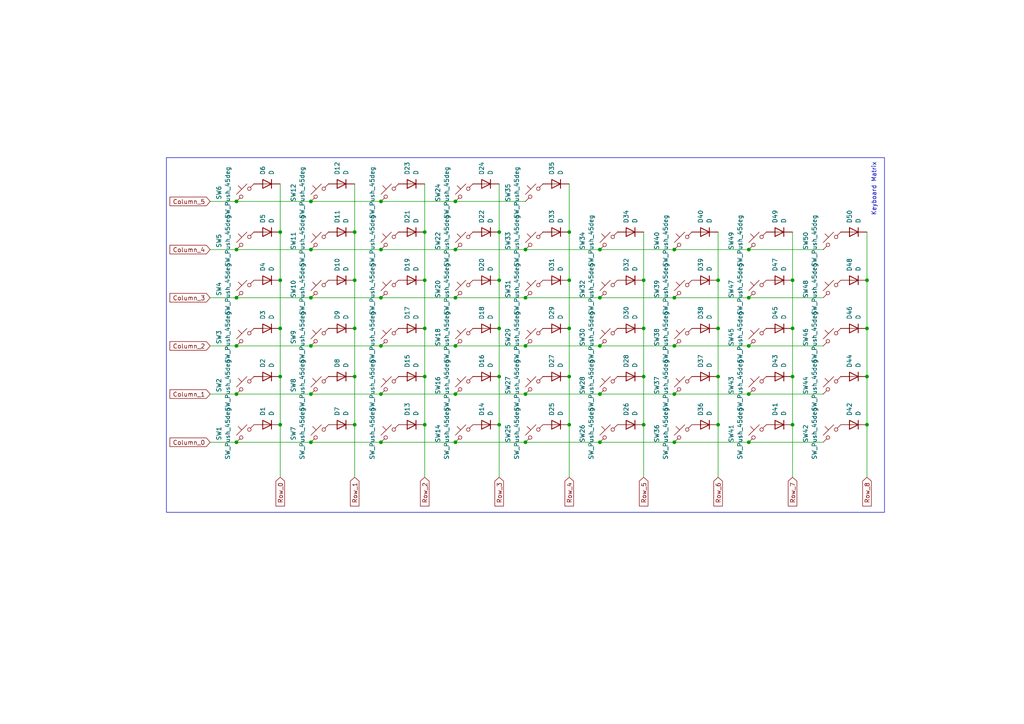
<source format=kicad_sch>
(kicad_sch (version 20250114) (generator "eeschema") (generator_version "9.0")
  (paper "A4")
  (lib_symbols
    (symbol "Device:D" (pin_numbers (hide yes)) (pin_names (offset 1.016) (hide yes))
      (property "Reference" "D" (at 0 2.54 0))
      (property "Value" "D" (at 0 -2.54 0))
      (symbol "D_0_1"
        (polyline (pts (xy -1.27 1.27) (xy -1.27 -1.27)) (stroke (width 0.254)))
        (polyline (pts (xy 1.27 1.27) (xy 1.27 -1.27) (xy -1.27 0) (xy 1.27 1.27)) (stroke (width 0.254)))
        (polyline (pts (xy 1.27 0) (xy -1.27 0)))
      )
      (symbol "D_1_1"
        (pin passive line (at -3.81 0 0) (length 2.54) (name "K") (number "1"))
        (pin passive line (at 3.81 0 180) (length 2.54) (name "A") (number "2"))
      )
    )
    (symbol "Switch:SW_Push_45deg" (pin_numbers (hide yes)) (pin_names (offset 1.016) (hide yes))
      (property "Reference" "SW" (at 3.048 1.016 0))
      (property "Value" "SW_Push_45deg" (at 0 -3.81 0))
      (symbol "SW_Push_45deg_0_1"
        (polyline (pts (xy -2.54 2.54) (xy -1.524 1.524) (xy -1.524 1.524)))
        (circle (center -1.1684 1.1684) (radius 0.508))
        (polyline (pts (xy -0.508 2.54) (xy 2.54 -0.508)))
        (polyline (pts (xy 1.016 1.016) (xy 2.032 2.032)))
        (circle (center 1.143 -1.1938) (radius 0.508))
        (polyline (pts (xy 1.524 -1.524) (xy 2.54 -2.54) (xy 2.54 -2.54) (xy 2.54 -2.54)))
        (pin passive line (at -2.54 2.54 0) (length 0) (name "1") (number "1"))
        (pin passive line (at 2.54 -2.54 180) (length 0) (name "2") (number "2"))
      )
    )
  )
  (rectangle (start 48.26 148.59) (end 256.54 45.72))
  (text "Keyboard Matrix" (at 253.492 54.864 90) (effects (font (size 1.27 1.27))))
  (junction (at 81.28 95.25))
  (junction (at 68.58 114.3))
  (junction (at 173.99 72.39))
  (junction (at 102.87 123.19))
  (junction (at 217.17 114.3))
  (junction (at 132.08 100.33))
  (junction (at 90.17 86.36))
  (junction (at 144.78 109.22))
  (junction (at 251.46 95.25))
  (junction (at 102.87 95.25))
  (junction (at 165.1 67.31))
  (junction (at 152.4 86.36))
  (junction (at 123.19 67.31))
  (junction (at 110.49 100.33))
  (junction (at 152.4 128.27))
  (junction (at 68.58 58.42))
  (junction (at 186.69 109.22))
  (junction (at 251.46 81.28))
  (junction (at 173.99 114.3))
  (junction (at 144.78 95.25))
  (junction (at 123.19 109.22))
  (junction (at 90.17 72.39))
  (junction (at 208.28 109.22))
  (junction (at 132.08 86.36))
  (junction (at 110.49 114.3))
  (junction (at 90.17 114.3))
  (junction (at 90.17 128.27))
  (junction (at 68.58 128.27))
  (junction (at 208.28 81.28))
  (junction (at 229.87 95.25))
  (junction (at 251.46 123.19))
  (junction (at 217.17 100.33))
  (junction (at 152.4 72.39))
  (junction (at 152.4 100.33))
  (junction (at 208.28 95.25))
  (junction (at 208.28 123.19))
  (junction (at 165.1 123.19))
  (junction (at 123.19 95.25))
  (junction (at 110.49 128.27))
  (junction (at 144.78 67.31))
  (junction (at 173.99 100.33))
  (junction (at 81.28 81.28))
  (junction (at 152.4 114.3))
  (junction (at 68.58 86.36))
  (junction (at 195.58 114.3))
  (junction (at 229.87 109.22))
  (junction (at 90.17 58.42))
  (junction (at 144.78 81.28))
  (junction (at 217.17 128.27))
  (junction (at 165.1 109.22))
  (junction (at 102.87 81.28))
  (junction (at 165.1 95.25))
  (junction (at 229.87 123.19))
  (junction (at 110.49 72.39))
  (junction (at 165.1 81.28))
  (junction (at 102.87 67.31))
  (junction (at 81.28 109.22))
  (junction (at 217.17 72.39))
  (junction (at 90.17 100.33))
  (junction (at 195.58 86.36))
  (junction (at 68.58 100.33))
  (junction (at 217.17 86.36))
  (junction (at 132.08 128.27))
  (junction (at 81.28 123.19))
  (junction (at 123.19 81.28))
  (junction (at 195.58 128.27))
  (junction (at 110.49 86.36))
  (junction (at 195.58 100.33))
  (junction (at 132.08 114.3))
  (junction (at 186.69 81.28))
  (junction (at 123.19 123.19))
  (junction (at 195.58 72.39))
  (junction (at 229.87 81.28))
  (junction (at 81.28 67.31))
  (junction (at 68.58 72.39))
  (junction (at 144.78 123.19))
  (junction (at 173.99 128.27))
  (junction (at 251.46 109.22))
  (junction (at 186.69 123.19))
  (junction (at 132.08 58.42))
  (junction (at 102.87 109.22))
  (junction (at 173.99 86.36))
  (junction (at 110.49 58.42))
  (junction (at 132.08 72.39))
  (junction (at 186.69 95.25))
  (wire (pts (xy 81.28 109.22) (xy 81.28 95.25)))
  (wire (pts (xy 68.58 72.39) (xy 90.17 72.39)))
  (wire (pts (xy 251.46 123.19) (xy 251.46 109.22)))
  (wire (pts (xy 110.49 128.27) (xy 132.08 128.27)))
  (wire (pts (xy 208.28 123.19) (xy 208.28 109.22)))
  (wire (pts (xy 208.28 138.43) (xy 208.28 123.19)))
  (wire (pts (xy 90.17 128.27) (xy 110.49 128.27)))
  (wire (pts (xy 165.1 109.22) (xy 165.1 95.25)))
  (wire (pts (xy 165.1 81.28) (xy 165.1 67.31)))
  (wire (pts (xy 152.4 72.39) (xy 173.99 72.39)))
  (wire (pts (xy 229.87 123.19) (xy 229.87 109.22)))
  (wire (pts (xy 90.17 100.33) (xy 110.49 100.33)))
  (wire (pts (xy 144.78 81.28) (xy 144.78 67.31)))
  (wire (pts (xy 123.19 123.19) (xy 123.19 109.22)))
  (wire (pts (xy 60.96 58.42) (xy 68.58 58.42)))
  (wire (pts (xy 60.96 128.27) (xy 68.58 128.27)))
  (wire (pts (xy 195.58 72.39) (xy 217.17 72.39)))
  (wire (pts (xy 123.19 81.28) (xy 123.19 67.31)))
  (wire (pts (xy 110.49 86.36) (xy 132.08 86.36)))
  (wire (pts (xy 217.17 128.27) (xy 238.76 128.27)))
  (wire (pts (xy 60.96 114.3) (xy 68.58 114.3)))
  (wire (pts (xy 90.17 58.42) (xy 110.49 58.42)))
  (wire (pts (xy 217.17 114.3) (xy 238.76 114.3)))
  (wire (pts (xy 165.1 138.43) (xy 165.1 123.19)))
  (wire (pts (xy 110.49 100.33) (xy 132.08 100.33)))
  (wire (pts (xy 68.58 114.3) (xy 90.17 114.3)))
  (wire (pts (xy 144.78 95.25) (xy 144.78 81.28)))
  (wire (pts (xy 132.08 128.27) (xy 152.4 128.27)))
  (wire (pts (xy 251.46 138.43) (xy 251.46 123.19)))
  (wire (pts (xy 81.28 123.19) (xy 81.28 109.22)))
  (wire (pts (xy 152.4 86.36) (xy 173.99 86.36)))
  (wire (pts (xy 68.58 58.42) (xy 90.17 58.42)))
  (wire (pts (xy 165.1 95.25) (xy 165.1 81.28)))
  (wire (pts (xy 165.1 67.31) (xy 165.1 53.34)))
  (wire (pts (xy 217.17 100.33) (xy 238.76 100.33)))
  (wire (pts (xy 173.99 114.3) (xy 195.58 114.3)))
  (wire (pts (xy 229.87 81.28) (xy 229.87 67.31)))
  (wire (pts (xy 144.78 67.31) (xy 144.78 53.34)))
  (wire (pts (xy 81.28 138.43) (xy 81.28 123.19)))
  (wire (pts (xy 81.28 95.25) (xy 81.28 81.28)))
  (wire (pts (xy 186.69 123.19) (xy 186.69 109.22)))
  (wire (pts (xy 186.69 81.28) (xy 186.69 67.31)))
  (wire (pts (xy 123.19 138.43) (xy 123.19 123.19)))
  (wire (pts (xy 217.17 86.36) (xy 238.76 86.36)))
  (wire (pts (xy 132.08 72.39) (xy 152.4 72.39)))
  (wire (pts (xy 229.87 138.43) (xy 229.87 123.19)))
  (wire (pts (xy 144.78 138.43) (xy 144.78 123.19)))
  (wire (pts (xy 132.08 58.42) (xy 152.4 58.42)))
  (wire (pts (xy 90.17 114.3) (xy 110.49 114.3)))
  (wire (pts (xy 110.49 58.42) (xy 132.08 58.42)))
  (wire (pts (xy 68.58 128.27) (xy 90.17 128.27)))
  (wire (pts (xy 251.46 81.28) (xy 251.46 67.31)))
  (wire (pts (xy 186.69 95.25) (xy 186.69 81.28)))
  (wire (pts (xy 195.58 100.33) (xy 217.17 100.33)))
  (wire (pts (xy 186.69 138.43) (xy 186.69 123.19)))
  (wire (pts (xy 60.96 100.33) (xy 68.58 100.33)))
  (wire (pts (xy 132.08 114.3) (xy 152.4 114.3)))
  (wire (pts (xy 60.96 72.39) (xy 68.58 72.39)))
  (wire (pts (xy 173.99 128.27) (xy 195.58 128.27)))
  (wire (pts (xy 81.28 67.31) (xy 81.28 53.34)))
  (wire (pts (xy 68.58 100.33) (xy 90.17 100.33)))
  (wire (pts (xy 110.49 72.39) (xy 132.08 72.39)))
  (wire (pts (xy 102.87 81.28) (xy 102.87 67.31)))
  (wire (pts (xy 81.28 81.28) (xy 81.28 67.31)))
  (wire (pts (xy 165.1 123.19) (xy 165.1 109.22)))
  (wire (pts (xy 173.99 72.39) (xy 195.58 72.39)))
  (wire (pts (xy 68.58 86.36) (xy 90.17 86.36)))
  (wire (pts (xy 132.08 86.36) (xy 152.4 86.36)))
  (wire (pts (xy 229.87 109.22) (xy 229.87 95.25)))
  (wire (pts (xy 90.17 86.36) (xy 110.49 86.36)))
  (wire (pts (xy 123.19 67.31) (xy 123.19 53.34)))
  (wire (pts (xy 217.17 72.39) (xy 238.76 72.39)))
  (wire (pts (xy 123.19 109.22) (xy 123.19 95.25)))
  (wire (pts (xy 208.28 109.22) (xy 208.28 95.25)))
  (wire (pts (xy 132.08 100.33) (xy 152.4 100.33)))
  (wire (pts (xy 251.46 109.22) (xy 251.46 95.25)))
  (wire (pts (xy 173.99 86.36) (xy 195.58 86.36)))
  (wire (pts (xy 251.46 95.25) (xy 251.46 81.28)))
  (wire (pts (xy 102.87 67.31) (xy 102.87 53.34)))
  (wire (pts (xy 186.69 109.22) (xy 186.69 95.25)))
  (wire (pts (xy 144.78 109.22) (xy 144.78 95.25)))
  (wire (pts (xy 195.58 114.3) (xy 217.17 114.3)))
  (wire (pts (xy 208.28 95.25) (xy 208.28 81.28)))
  (wire (pts (xy 173.99 100.33) (xy 195.58 100.33)))
  (wire (pts (xy 90.17 72.39) (xy 110.49 72.39)))
  (wire (pts (xy 195.58 86.36) (xy 217.17 86.36)))
  (wire (pts (xy 102.87 138.43) (xy 102.87 123.19)))
  (wire (pts (xy 102.87 95.25) (xy 102.87 81.28)))
  (wire (pts (xy 110.49 114.3) (xy 132.08 114.3)))
  (wire (pts (xy 123.19 95.25) (xy 123.19 81.28)))
  (wire (pts (xy 208.28 81.28) (xy 208.28 67.31)))
  (wire (pts (xy 152.4 114.3) (xy 173.99 114.3)))
  (wire (pts (xy 60.96 86.36) (xy 68.58 86.36)))
  (wire (pts (xy 102.87 123.19) (xy 102.87 109.22)))
  (wire (pts (xy 102.87 109.22) (xy 102.87 95.25)))
  (wire (pts (xy 152.4 128.27) (xy 173.99 128.27)))
  (wire (pts (xy 195.58 128.27) (xy 217.17 128.27)))
  (wire (pts (xy 152.4 100.33) (xy 173.99 100.33)))
  (wire (pts (xy 144.78 123.19) (xy 144.78 109.22)))
  (wire (pts (xy 229.87 95.25) (xy 229.87 81.28)))
  (global_label "Column_5" (shape input) (at 60.96 58.42 180) (property "Intersheetrefs" "${INTERSHEET_REFS}" (effects (hide yes))))
  (global_label "Column_1" (shape input) (at 60.96 114.3 180) (property "Intersheetrefs" "${INTERSHEET_REFS}" (effects (hide yes))))
  (global_label "Row_2" (shape input) (at 123.19 138.43 270) (property "Intersheetrefs" "${INTERSHEET_REFS}" (effects (hide yes))))
  (global_label "Row_5" (shape input) (at 186.69 138.43 270) (property "Intersheetrefs" "${INTERSHEET_REFS}" (effects (hide yes))))
  (global_label "Row_4" (shape input) (at 165.1 138.43 270) (property "Intersheetrefs" "${INTERSHEET_REFS}" (effects (hide yes))))
  (global_label "Row_1" (shape input) (at 102.87 138.43 270) (property "Intersheetrefs" "${INTERSHEET_REFS}" (effects (hide yes))))
  (global_label "Row_6" (shape input) (at 208.28 138.43 270) (property "Intersheetrefs" "${INTERSHEET_REFS}" (effects (hide yes))))
  (global_label "Column_2" (shape input) (at 60.96 100.33 180) (property "Intersheetrefs" "${INTERSHEET_REFS}" (effects (hide yes))))
  (global_label "Column_0" (shape input) (at 60.96 128.27 180) (property "Intersheetrefs" "${INTERSHEET_REFS}" (effects (hide yes))))
  (global_label "Row_7" (shape input) (at 229.87 138.43 270) (property "Intersheetrefs" "${INTERSHEET_REFS}" (effects (hide yes))))
  (global_label "Row_3" (shape input) (at 144.78 138.43 270) (property "Intersheetrefs" "${INTERSHEET_REFS}" (effects (hide yes))))
  (global_label "Row_0" (shape input) (at 81.28 138.43 270) (property "Intersheetrefs" "${INTERSHEET_REFS}" (effects (hide yes))))
  (global_label "Row_8" (shape input) (at 251.46 138.43 270) (property "Intersheetrefs" "${INTERSHEET_REFS}" (effects (hide yes))))
  (global_label "Column_3" (shape input) (at 60.96 86.36 180) (property "Intersheetrefs" "${INTERSHEET_REFS}" (effects (hide yes))))
  (global_label "Column_4" (shape input) (at 60.96 72.39 180) (property "Intersheetrefs" "${INTERSHEET_REFS}" (effects (hide yes))))
  (symbol (lib_id "Switch:SW_Push_45deg") (at 176.53 83.82 90) (unit 1)
    (property "Reference" "SW32" (at 168.91 83.82 0))
    (property "Value" "SW_Push_45deg" (at 171.45 83.82 0))
    (property "Description" "Push button switch, normally open, two pins, 45° tilted" (effects (hide yes)))
  )
  (symbol (lib_id "Switch:SW_Push_45deg") (at 134.62 111.76 90) (unit 1)
    (property "Reference" "SW16" (at 127 111.76 0))
    (property "Value" "SW_Push_45deg" (at 129.54 111.76 0))
    (property "Description" "Push button switch, normally open, two pins, 45° tilted" (effects (hide yes)))
  )
  (symbol (lib_id "Device:D") (at 226.06 123.19 180) (unit 1)
    (property "Reference" "D41" (at 224.7899 120.65 90) (effects (justify right)))
    (property "Value" "D" (at 227.3299 120.65 90) (effects (justify right)))
    (property "Description" "Diode" (effects (hide yes)))
    (property "Sim.Device" "D" (effects (hide yes)))
    (property "Sim.Pins" "1=K 2=A" (effects (hide yes)))
  )
  (symbol (lib_id "Switch:SW_Push_45deg") (at 71.12 111.76 90) (unit 1)
    (property "Reference" "SW2" (at 63.5 111.76 0))
    (property "Value" "SW_Push_45deg" (at 66.04 111.76 0))
    (property "Description" "Push button switch, normally open, two pins, 45° tilted" (effects (hide yes)))
  )
  (symbol (lib_id "Device:D") (at 119.38 81.28 180) (unit 1)
    (property "Reference" "D19" (at 118.1099 78.74 90) (effects (justify right)))
    (property "Value" "D" (at 120.6499 78.74 90) (effects (justify right)))
    (property "Description" "Diode" (effects (hide yes)))
    (property "Sim.Device" "D" (effects (hide yes)))
    (property "Sim.Pins" "1=K 2=A" (effects (hide yes)))
  )
  (symbol (lib_id "Device:D") (at 226.06 95.25 180) (unit 1)
    (property "Reference" "D45" (at 224.7899 92.71 90) (effects (justify right)))
    (property "Value" "D" (at 227.3299 92.71 90) (effects (justify right)))
    (property "Description" "Diode" (effects (hide yes)))
    (property "Sim.Device" "D" (effects (hide yes)))
    (property "Sim.Pins" "1=K 2=A" (effects (hide yes)))
  )
  (symbol (lib_id "Device:D") (at 77.47 53.34 180) (unit 1)
    (property "Reference" "D6" (at 76.1999 50.8 90) (effects (justify right)))
    (property "Value" "D" (at 78.7399 50.8 90) (effects (justify right)))
    (property "Description" "Diode" (effects (hide yes)))
    (property "Sim.Device" "D" (effects (hide yes)))
    (property "Sim.Pins" "1=K 2=A" (effects (hide yes)))
  )
  (symbol (lib_id "Switch:SW_Push_45deg") (at 219.71 97.79 90) (unit 1)
    (property "Reference" "SW45" (at 212.09 97.79 0))
    (property "Value" "SW_Push_45deg" (at 214.63 97.79 0))
    (property "Description" "Push button switch, normally open, two pins, 45° tilted" (effects (hide yes)))
  )
  (symbol (lib_id "Switch:SW_Push_45deg") (at 71.12 125.73 90) (unit 1)
    (property "Reference" "SW1" (at 63.5 125.73 0))
    (property "Value" "SW_Push_45deg" (at 66.04 125.73 0))
    (property "Description" "Push button switch, normally open, two pins, 45° tilted" (effects (hide yes)))
  )
  (symbol (lib_id "Device:D") (at 99.06 81.28 180) (unit 1)
    (property "Reference" "D10" (at 97.7899 78.74 90) (effects (justify right)))
    (property "Value" "D" (at 100.3299 78.74 90) (effects (justify right)))
    (property "Description" "Diode" (effects (hide yes)))
    (property "Sim.Device" "D" (effects (hide yes)))
    (property "Sim.Pins" "1=K 2=A" (effects (hide yes)))
  )
  (symbol (lib_id "Switch:SW_Push_45deg") (at 92.71 125.73 90) (unit 1)
    (property "Reference" "SW7" (at 85.09 125.73 0))
    (property "Value" "SW_Push_45deg" (at 87.63 125.73 0))
    (property "Description" "Push button switch, normally open, two pins, 45° tilted" (effects (hide yes)))
  )
  (symbol (lib_id "Device:D") (at 182.88 67.31 180) (unit 1)
    (property "Reference" "D34" (at 181.6099 64.77 90) (effects (justify right)))
    (property "Value" "D" (at 184.1499 64.77 90) (effects (justify right)))
    (property "Description" "Diode" (effects (hide yes)))
    (property "Sim.Device" "D" (effects (hide yes)))
    (property "Sim.Pins" "1=K 2=A" (effects (hide yes)))
  )
  (symbol (lib_id "Device:D") (at 204.47 95.25 180) (unit 1)
    (property "Reference" "D38" (at 203.1999 92.71 90) (effects (justify right)))
    (property "Value" "D" (at 205.7399 92.71 90) (effects (justify right)))
    (property "Description" "Diode" (effects (hide yes)))
    (property "Sim.Device" "D" (effects (hide yes)))
    (property "Sim.Pins" "1=K 2=A" (effects (hide yes)))
  )
  (symbol (lib_id "Switch:SW_Push_45deg") (at 113.03 55.88 90) (unit 1)
    (property "Reference" "SW23" (effects (hide yes)))
    (property "Value" "SW_Push_45deg" (at 107.95 55.88 0))
    (property "Description" "Push button switch, normally open, two pins, 45° tilted" (effects (hide yes)))
  )
  (symbol (lib_id "Switch:SW_Push_45deg") (at 219.71 125.73 90) (unit 1)
    (property "Reference" "SW41" (at 212.09 125.73 0))
    (property "Value" "SW_Push_45deg" (at 214.63 125.73 0))
    (property "Description" "Push button switch, normally open, two pins, 45° tilted" (effects (hide yes)))
  )
  (symbol (lib_id "Device:D") (at 247.65 95.25 180) (unit 1)
    (property "Reference" "D46" (at 246.3799 92.71 90) (effects (justify right)))
    (property "Value" "D" (at 248.9199 92.71 90) (effects (justify right)))
    (property "Description" "Diode" (effects (hide yes)))
    (property "Sim.Device" "D" (effects (hide yes)))
    (property "Sim.Pins" "1=K 2=A" (effects (hide yes)))
  )
  (symbol (lib_id "Switch:SW_Push_45deg") (at 241.3 125.73 90) (unit 1)
    (property "Reference" "SW42" (at 233.68 125.73 0))
    (property "Value" "SW_Push_45deg" (at 236.22 125.73 0))
    (property "Description" "Push button switch, normally open, two pins, 45° tilted" (effects (hide yes)))
  )
  (symbol (lib_id "Device:D") (at 204.47 123.19 180) (unit 1)
    (property "Reference" "D36" (at 203.1999 120.65 90) (effects (justify right)))
    (property "Value" "D" (at 205.7399 120.65 90) (effects (justify right)))
    (property "Description" "Diode" (effects (hide yes)))
    (property "Sim.Device" "D" (effects (hide yes)))
    (property "Sim.Pins" "1=K 2=A" (effects (hide yes)))
  )
  (symbol (lib_id "Device:D") (at 140.97 81.28 180) (unit 1)
    (property "Reference" "D20" (at 139.6999 78.74 90) (effects (justify right)))
    (property "Value" "D" (at 142.2399 78.74 90) (effects (justify right)))
    (property "Description" "Diode" (effects (hide yes)))
    (property "Sim.Device" "D" (effects (hide yes)))
    (property "Sim.Pins" "1=K 2=A" (effects (hide yes)))
  )
  (symbol (lib_id "Device:D") (at 161.29 109.22 180) (unit 1)
    (property "Reference" "D27" (at 160.0199 106.68 90) (effects (justify right)))
    (property "Value" "D" (at 162.5599 106.68 90) (effects (justify right)))
    (property "Description" "Diode" (effects (hide yes)))
    (property "Sim.Device" "D" (effects (hide yes)))
    (property "Sim.Pins" "1=K 2=A" (effects (hide yes)))
  )
  (symbol (lib_id "Device:D") (at 77.47 123.19 180) (unit 1)
    (property "Reference" "D1" (at 76.1999 120.65 90) (effects (justify right)))
    (property "Value" "D" (at 78.7399 120.65 90) (effects (justify right)))
    (property "Description" "Diode" (effects (hide yes)))
    (property "Sim.Device" "D" (effects (hide yes)))
    (property "Sim.Pins" "1=K 2=A" (effects (hide yes)))
  )
  (symbol (lib_id "Switch:SW_Push_45deg") (at 241.3 83.82 90) (unit 1)
    (property "Reference" "SW48" (at 233.68 83.82 0))
    (property "Value" "SW_Push_45deg" (at 236.22 83.82 0))
    (property "Description" "Push button switch, normally open, two pins, 45° tilted" (effects (hide yes)))
  )
  (symbol (lib_id "Device:D") (at 119.38 123.19 180) (unit 1)
    (property "Reference" "D13" (at 118.1099 120.65 90) (effects (justify right)))
    (property "Value" "D" (at 120.6499 120.65 90) (effects (justify right)))
    (property "Description" "Diode" (effects (hide yes)))
    (property "Sim.Device" "D" (effects (hide yes)))
    (property "Sim.Pins" "1=K 2=A" (effects (hide yes)))
  )
  (symbol (lib_id "Device:D") (at 140.97 95.25 180) (unit 1)
    (property "Reference" "D18" (at 139.6999 92.71 90) (effects (justify right)))
    (property "Value" "D" (at 142.2399 92.71 90) (effects (justify right)))
    (property "Description" "Diode" (effects (hide yes)))
    (property "Sim.Device" "D" (effects (hide yes)))
    (property "Sim.Pins" "1=K 2=A" (effects (hide yes)))
  )
  (symbol (lib_id "Switch:SW_Push_45deg") (at 113.03 111.76 90) (unit 1)
    (property "Reference" "SW15" (effects (hide yes)))
    (property "Value" "SW_Push_45deg" (at 107.95 111.76 0))
    (property "Description" "Push button switch, normally open, two pins, 45° tilted" (effects (hide yes)))
  )
  (symbol (lib_id "Switch:SW_Push_45deg") (at 154.94 55.88 90) (unit 1)
    (property "Reference" "SW35" (at 147.32 55.88 0))
    (property "Value" "SW_Push_45deg" (at 149.86 55.88 0))
    (property "Description" "Push button switch, normally open, two pins, 45° tilted" (effects (hide yes)))
  )
  (symbol (lib_id "Device:D") (at 119.38 95.25 180) (unit 1)
    (property "Reference" "D17" (at 118.1099 92.71 90) (effects (justify right)))
    (property "Value" "D" (at 120.6499 92.71 90) (effects (justify right)))
    (property "Description" "Diode" (effects (hide yes)))
    (property "Sim.Device" "D" (effects (hide yes)))
    (property "Sim.Pins" "1=K 2=A" (effects (hide yes)))
  )
  (symbol (lib_id "Device:D") (at 247.65 123.19 180) (unit 1)
    (property "Reference" "D42" (at 246.3799 120.65 90) (effects (justify right)))
    (property "Value" "D" (at 248.9199 120.65 90) (effects (justify right)))
    (property "Description" "Diode" (effects (hide yes)))
    (property "Sim.Device" "D" (effects (hide yes)))
    (property "Sim.Pins" "1=K 2=A" (effects (hide yes)))
  )
  (symbol (lib_id "Device:D") (at 161.29 81.28 180) (unit 1)
    (property "Reference" "D31" (at 160.0199 78.74 90) (effects (justify right)))
    (property "Value" "D" (at 162.5599 78.74 90) (effects (justify right)))
    (property "Description" "Diode" (effects (hide yes)))
    (property "Sim.Device" "D" (effects (hide yes)))
    (property "Sim.Pins" "1=K 2=A" (effects (hide yes)))
  )
  (symbol (lib_id "Device:D") (at 247.65 81.28 180) (unit 1)
    (property "Reference" "D48" (at 246.3799 78.74 90) (effects (justify right)))
    (property "Value" "D" (at 248.9199 78.74 90) (effects (justify right)))
    (property "Description" "Diode" (effects (hide yes)))
    (property "Sim.Device" "D" (effects (hide yes)))
    (property "Sim.Pins" "1=K 2=A" (effects (hide yes)))
  )
  (symbol (lib_id "Device:D") (at 140.97 109.22 180) (unit 1)
    (property "Reference" "D16" (at 139.6999 106.68 90) (effects (justify right)))
    (property "Value" "D" (at 142.2399 106.68 90) (effects (justify right)))
    (property "Description" "Diode" (effects (hide yes)))
    (property "Sim.Device" "D" (effects (hide yes)))
    (property "Sim.Pins" "1=K 2=A" (effects (hide yes)))
  )
  (symbol (lib_id "Switch:SW_Push_45deg") (at 71.12 83.82 90) (unit 1)
    (property "Reference" "SW4" (at 63.5 83.82 0))
    (property "Value" "SW_Push_45deg" (at 66.04 83.82 0))
    (property "Description" "Push button switch, normally open, two pins, 45° tilted" (effects (hide yes)))
  )
  (symbol (lib_id "Device:D") (at 119.38 67.31 180) (unit 1)
    (property "Reference" "D21" (at 118.1099 64.77 90) (effects (justify right)))
    (property "Value" "D" (at 120.6499 64.77 90) (effects (justify right)))
    (property "Description" "Diode" (effects (hide yes)))
    (property "Sim.Device" "D" (effects (hide yes)))
    (property "Sim.Pins" "1=K 2=A" (effects (hide yes)))
  )
  (symbol (lib_id "Switch:SW_Push_45deg") (at 154.94 69.85 90) (unit 1)
    (property "Reference" "SW33" (at 147.32 69.85 0))
    (property "Value" "SW_Push_45deg" (at 149.86 69.85 0))
    (property "Description" "Push button switch, normally open, two pins, 45° tilted" (effects (hide yes)))
  )
  (symbol (lib_id "Device:D") (at 119.38 53.34 180) (unit 1)
    (property "Reference" "D23" (at 118.1099 50.8 90) (effects (justify right)))
    (property "Value" "D" (at 120.6499 50.8 90) (effects (justify right)))
    (property "Description" "Diode" (effects (hide yes)))
    (property "Sim.Device" "D" (effects (hide yes)))
    (property "Sim.Pins" "1=K 2=A" (effects (hide yes)))
  )
  (symbol (lib_id "Switch:SW_Push_45deg") (at 198.12 111.76 90) (unit 1)
    (property "Reference" "SW37" (at 190.5 111.76 0))
    (property "Value" "SW_Push_45deg" (at 193.04 111.76 0))
    (property "Description" "Push button switch, normally open, two pins, 45° tilted" (effects (hide yes)))
  )
  (symbol (lib_id "Switch:SW_Push_45deg") (at 92.71 97.79 90) (unit 1)
    (property "Reference" "SW9" (at 85.09 97.79 0))
    (property "Value" "SW_Push_45deg" (at 87.63 97.79 0))
    (property "Description" "Push button switch, normally open, two pins, 45° tilted" (effects (hide yes)))
  )
  (symbol (lib_id "Switch:SW_Push_45deg") (at 219.71 69.85 90) (unit 1)
    (property "Reference" "SW49" (at 212.09 69.85 0))
    (property "Value" "SW_Push_45deg" (at 214.63 69.85 0))
    (property "Description" "Push button switch, normally open, two pins, 45° tilted" (effects (hide yes)))
  )
  (symbol (lib_id "Device:D") (at 226.06 67.31 180) (unit 1)
    (property "Reference" "D49" (at 224.7899 64.77 90) (effects (justify right)))
    (property "Value" "D" (at 227.3299 64.77 90) (effects (justify right)))
    (property "Description" "Diode" (effects (hide yes)))
    (property "Sim.Device" "D" (effects (hide yes)))
    (property "Sim.Pins" "1=K 2=A" (effects (hide yes)))
  )
  (symbol (lib_id "Device:D") (at 99.06 109.22 180) (unit 1)
    (property "Reference" "D8" (at 97.7899 106.68 90) (effects (justify right)))
    (property "Value" "D" (at 100.3299 106.68 90) (effects (justify right)))
    (property "Description" "Diode" (effects (hide yes)))
    (property "Sim.Device" "D" (effects (hide yes)))
    (property "Sim.Pins" "1=K 2=A" (effects (hide yes)))
  )
  (symbol (lib_id "Switch:SW_Push_45deg") (at 198.12 97.79 90) (unit 1)
    (property "Reference" "SW38" (at 190.5 97.79 0))
    (property "Value" "SW_Push_45deg" (at 193.04 97.79 0))
    (property "Description" "Push button switch, normally open, two pins, 45° tilted" (effects (hide yes)))
  )
  (symbol (lib_id "Device:D") (at 77.47 81.28 180) (unit 1)
    (property "Reference" "D4" (at 76.1999 78.74 90) (effects (justify right)))
    (property "Value" "D" (at 78.7399 78.74 90) (effects (justify right)))
    (property "Description" "Diode" (effects (hide yes)))
    (property "Sim.Device" "D" (effects (hide yes)))
    (property "Sim.Pins" "1=K 2=A" (effects (hide yes)))
  )
  (symbol (lib_id "Switch:SW_Push_45deg") (at 92.71 83.82 90) (unit 1)
    (property "Reference" "SW10" (at 85.09 83.82 0))
    (property "Value" "SW_Push_45deg" (at 87.63 83.82 0))
    (property "Description" "Push button switch, normally open, two pins, 45° tilted" (effects (hide yes)))
  )
  (symbol (lib_id "Switch:SW_Push_45deg") (at 219.71 83.82 90) (unit 1)
    (property "Reference" "SW47" (at 212.09 83.82 0))
    (property "Value" "SW_Push_45deg" (at 214.63 83.82 0))
    (property "Description" "Push button switch, normally open, two pins, 45° tilted" (effects (hide yes)))
  )
  (symbol (lib_id "Device:D") (at 247.65 67.31 180) (unit 1)
    (property "Reference" "D50" (at 246.3799 64.77 90) (effects (justify right)))
    (property "Value" "D" (at 248.9199 64.77 90) (effects (justify right)))
    (property "Description" "Diode" (effects (hide yes)))
    (property "Sim.Device" "D" (effects (hide yes)))
    (property "Sim.Pins" "1=K 2=A" (effects (hide yes)))
  )
  (symbol (lib_id "Switch:SW_Push_45deg") (at 241.3 69.85 90) (unit 1)
    (property "Reference" "SW50" (at 233.68 69.85 0))
    (property "Value" "SW_Push_45deg" (at 236.22 69.85 0))
    (property "Description" "Push button switch, normally open, two pins, 45° tilted" (effects (hide yes)))
  )
  (symbol (lib_id "Switch:SW_Push_45deg") (at 113.03 97.79 90) (unit 1)
    (property "Reference" "SW17" (effects (hide yes)))
    (property "Value" "SW_Push_45deg" (at 107.95 97.79 0))
    (property "Description" "Push button switch, normally open, two pins, 45° tilted" (effects (hide yes)))
  )
  (symbol (lib_id "Switch:SW_Push_45deg") (at 113.03 69.85 90) (unit 1)
    (property "Reference" "SW21" (effects (hide yes)))
    (property "Value" "SW_Push_45deg" (at 107.95 69.85 0))
    (property "Description" "Push button switch, normally open, two pins, 45° tilted" (effects (hide yes)))
  )
  (symbol (lib_id "Device:D") (at 161.29 53.34 180) (unit 1)
    (property "Reference" "D35" (at 160.0199 50.8 90) (effects (justify right)))
    (property "Value" "D" (at 162.5599 50.8 90) (effects (justify right)))
    (property "Description" "Diode" (effects (hide yes)))
    (property "Sim.Device" "D" (effects (hide yes)))
    (property "Sim.Pins" "1=K 2=A" (effects (hide yes)))
  )
  (symbol (lib_id "Switch:SW_Push_45deg") (at 134.62 55.88 90) (unit 1)
    (property "Reference" "SW24" (at 127 55.88 0))
    (property "Value" "SW_Push_45deg" (at 129.54 55.88 0))
    (property "Description" "Push button switch, normally open, two pins, 45° tilted" (effects (hide yes)))
  )
  (symbol (lib_id "Device:D") (at 204.47 67.31 180) (unit 1)
    (property "Reference" "D40" (at 203.1999 64.77 90) (effects (justify right)))
    (property "Value" "D" (at 205.7399 64.77 90) (effects (justify right)))
    (property "Description" "Diode" (effects (hide yes)))
    (property "Sim.Device" "D" (effects (hide yes)))
    (property "Sim.Pins" "1=K 2=A" (effects (hide yes)))
  )
  (symbol (lib_id "Switch:SW_Push_45deg") (at 154.94 111.76 90) (unit 1)
    (property "Reference" "SW27" (at 147.32 111.76 0))
    (property "Value" "SW_Push_45deg" (at 149.86 111.76 0))
    (property "Description" "Push button switch, normally open, two pins, 45° tilted" (effects (hide yes)))
  )
  (symbol (lib_id "Switch:SW_Push_45deg") (at 176.53 97.79 90) (unit 1)
    (property "Reference" "SW30" (at 168.91 97.79 0))
    (property "Value" "SW_Push_45deg" (at 171.45 97.79 0))
    (property "Description" "Push button switch, normally open, two pins, 45° tilted" (effects (hide yes)))
  )
  (symbol (lib_id "Switch:SW_Push_45deg") (at 198.12 83.82 90) (unit 1)
    (property "Reference" "SW39" (at 190.5 83.82 0))
    (property "Value" "SW_Push_45deg" (at 193.04 83.82 0))
    (property "Description" "Push button switch, normally open, two pins, 45° tilted" (effects (hide yes)))
  )
  (symbol (lib_id "Device:D") (at 140.97 67.31 180) (unit 1)
    (property "Reference" "D22" (at 139.6999 64.77 90) (effects (justify right)))
    (property "Value" "D" (at 142.2399 64.77 90) (effects (justify right)))
    (property "Description" "Diode" (effects (hide yes)))
    (property "Sim.Device" "D" (effects (hide yes)))
    (property "Sim.Pins" "1=K 2=A" (effects (hide yes)))
  )
  (symbol (lib_id "Device:D") (at 182.88 81.28 180) (unit 1)
    (property "Reference" "D32" (at 181.6099 78.74 90) (effects (justify right)))
    (property "Value" "D" (at 184.1499 78.74 90) (effects (justify right)))
    (property "Description" "Diode" (effects (hide yes)))
    (property "Sim.Device" "D" (effects (hide yes)))
    (property "Sim.Pins" "1=K 2=A" (effects (hide yes)))
  )
  (symbol (lib_id "Switch:SW_Push_45deg") (at 71.12 69.85 90) (unit 1)
    (property "Reference" "SW5" (at 63.5 69.85 0))
    (property "Value" "SW_Push_45deg" (at 66.04 69.85 0))
    (property "Description" "Push button switch, normally open, two pins, 45° tilted" (effects (hide yes)))
  )
  (symbol (lib_id "Switch:SW_Push_45deg") (at 198.12 69.85 90) (unit 1)
    (property "Reference" "SW40" (at 190.5 69.85 0))
    (property "Value" "SW_Push_45deg" (at 193.04 69.85 0))
    (property "Description" "Push button switch, normally open, two pins, 45° tilted" (effects (hide yes)))
  )
  (symbol (lib_id "Switch:SW_Push_45deg") (at 71.12 55.88 90) (unit 1)
    (property "Reference" "SW6" (at 63.5 55.88 0))
    (property "Value" "SW_Push_45deg" (at 66.04 55.88 0))
    (property "Description" "Push button switch, normally open, two pins, 45° tilted" (effects (hide yes)))
  )
  (symbol (lib_id "Switch:SW_Push_45deg") (at 176.53 125.73 90) (unit 1)
    (property "Reference" "SW26" (at 168.91 125.73 0))
    (property "Value" "SW_Push_45deg" (at 171.45 125.73 0))
    (property "Description" "Push button switch, normally open, two pins, 45° tilted" (effects (hide yes)))
  )
  (symbol (lib_id "Device:D") (at 99.06 95.25 180) (unit 1)
    (property "Reference" "D9" (at 97.7899 92.71 90) (effects (justify right)))
    (property "Value" "D" (at 100.3299 92.71 90) (effects (justify right)))
    (property "Description" "Diode" (effects (hide yes)))
    (property "Sim.Device" "D" (effects (hide yes)))
    (property "Sim.Pins" "1=K 2=A" (effects (hide yes)))
  )
  (symbol (lib_id "Device:D") (at 204.47 109.22 180) (unit 1)
    (property "Reference" "D37" (at 203.1999 106.68 90) (effects (justify right)))
    (property "Value" "D" (at 205.7399 106.68 90) (effects (justify right)))
    (property "Description" "Diode" (effects (hide yes)))
    (property "Sim.Device" "D" (effects (hide yes)))
    (property "Sim.Pins" "1=K 2=A" (effects (hide yes)))
  )
  (symbol (lib_id "Device:D") (at 161.29 123.19 180) (unit 1)
    (property "Reference" "D25" (at 160.0199 120.65 90) (effects (justify right)))
    (property "Value" "D" (at 162.5599 120.65 90) (effects (justify right)))
    (property "Description" "Diode" (effects (hide yes)))
    (property "Sim.Device" "D" (effects (hide yes)))
    (property "Sim.Pins" "1=K 2=A" (effects (hide yes)))
  )
  (symbol (lib_id "Device:D") (at 77.47 95.25 180) (unit 1)
    (property "Reference" "D3" (at 76.1999 92.71 90) (effects (justify right)))
    (property "Value" "D" (at 78.7399 92.71 90) (effects (justify right)))
    (property "Description" "Diode" (effects (hide yes)))
    (property "Sim.Device" "D" (effects (hide yes)))
    (property "Sim.Pins" "1=K 2=A" (effects (hide yes)))
  )
  (symbol (lib_id "Device:D") (at 77.47 109.22 180) (unit 1)
    (property "Reference" "D2" (at 76.1999 106.68 90) (effects (justify right)))
    (property "Value" "D" (at 78.7399 106.68 90) (effects (justify right)))
    (property "Description" "Diode" (effects (hide yes)))
    (property "Sim.Device" "D" (effects (hide yes)))
    (property "Sim.Pins" "1=K 2=A" (effects (hide yes)))
  )
  (symbol (lib_id "Switch:SW_Push_45deg") (at 92.71 69.85 90) (unit 1)
    (property "Reference" "SW11" (at 85.09 69.85 0))
    (property "Value" "SW_Push_45deg" (at 87.63 69.85 0))
    (property "Description" "Push button switch, normally open, two pins, 45° tilted" (effects (hide yes)))
  )
  (symbol (lib_id "Switch:SW_Push_45deg") (at 134.62 69.85 90) (unit 1)
    (property "Reference" "SW22" (at 127 69.85 0))
    (property "Value" "SW_Push_45deg" (at 129.54 69.85 0))
    (property "Description" "Push button switch, normally open, two pins, 45° tilted" (effects (hide yes)))
  )
  (symbol (lib_id "Device:D") (at 182.88 109.22 180) (unit 1)
    (property "Reference" "D28" (at 181.6099 106.68 90) (effects (justify right)))
    (property "Value" "D" (at 184.1499 106.68 90) (effects (justify right)))
    (property "Description" "Diode" (effects (hide yes)))
    (property "Sim.Device" "D" (effects (hide yes)))
    (property "Sim.Pins" "1=K 2=A" (effects (hide yes)))
  )
  (symbol (lib_id "Device:D") (at 226.06 109.22 180) (unit 1)
    (property "Reference" "D43" (at 224.7899 106.68 90) (effects (justify right)))
    (property "Value" "D" (at 227.3299 106.68 90) (effects (justify right)))
    (property "Description" "Diode" (effects (hide yes)))
    (property "Sim.Device" "D" (effects (hide yes)))
    (property "Sim.Pins" "1=K 2=A" (effects (hide yes)))
  )
  (symbol (lib_id "Switch:SW_Push_45deg") (at 71.12 97.79 90) (unit 1)
    (property "Reference" "SW3" (at 63.5 97.79 0))
    (property "Value" "SW_Push_45deg" (at 66.04 97.79 0))
    (property "Description" "Push button switch, normally open, two pins, 45° tilted" (effects (hide yes)))
  )
  (symbol (lib_id "Switch:SW_Push_45deg") (at 176.53 111.76 90) (unit 1)
    (property "Reference" "SW28" (at 168.91 111.76 0))
    (property "Value" "SW_Push_45deg" (at 171.45 111.76 0))
    (property "Description" "Push button switch, normally open, two pins, 45° tilted" (effects (hide yes)))
  )
  (symbol (lib_id "Switch:SW_Push_45deg") (at 154.94 125.73 90) (unit 1)
    (property "Reference" "SW25" (at 147.32 125.73 0))
    (property "Value" "SW_Push_45deg" (at 149.86 125.73 0))
    (property "Description" "Push button switch, normally open, two pins, 45° tilted" (effects (hide yes)))
  )
  (symbol (lib_id "Switch:SW_Push_45deg") (at 241.3 111.76 90) (unit 1)
    (property "Reference" "SW44" (at 233.68 111.76 0))
    (property "Value" "SW_Push_45deg" (at 236.22 111.76 0))
    (property "Description" "Push button switch, normally open, two pins, 45° tilted" (effects (hide yes)))
  )
  (symbol (lib_id "Device:D") (at 182.88 95.25 180) (unit 1)
    (property "Reference" "D30" (at 181.6099 92.71 90) (effects (justify right)))
    (property "Value" "D" (at 184.1499 92.71 90) (effects (justify right)))
    (property "Description" "Diode" (effects (hide yes)))
    (property "Sim.Device" "D" (effects (hide yes)))
    (property "Sim.Pins" "1=K 2=A" (effects (hide yes)))
  )
  (symbol (lib_id "Switch:SW_Push_45deg") (at 134.62 97.79 90) (unit 1)
    (property "Reference" "SW18" (at 127 97.79 0))
    (property "Value" "SW_Push_45deg" (at 129.54 97.79 0))
    (property "Description" "Push button switch, normally open, two pins, 45° tilted" (effects (hide yes)))
  )
  (symbol (lib_id "Switch:SW_Push_45deg") (at 113.03 125.73 90) (unit 1)
    (property "Reference" "SW13" (effects (hide yes)))
    (property "Value" "SW_Push_45deg" (at 107.95 125.73 0))
    (property "Description" "Push button switch, normally open, two pins, 45° tilted" (effects (hide yes)))
  )
  (symbol (lib_id "Device:D") (at 161.29 67.31 180) (unit 1)
    (property "Reference" "D33" (at 160.0199 64.77 90) (effects (justify right)))
    (property "Value" "D" (at 162.5599 64.77 90) (effects (justify right)))
    (property "Description" "Diode" (effects (hide yes)))
    (property "Sim.Device" "D" (effects (hide yes)))
    (property "Sim.Pins" "1=K 2=A" (effects (hide yes)))
  )
  (symbol (lib_id "Device:D") (at 99.06 123.19 180) (unit 1)
    (property "Reference" "D7" (at 97.7899 120.65 90) (effects (justify right)))
    (property "Value" "D" (at 100.3299 120.65 90) (effects (justify right)))
    (property "Description" "Diode" (effects (hide yes)))
    (property "Sim.Device" "D" (effects (hide yes)))
    (property "Sim.Pins" "1=K 2=A" (effects (hide yes)))
  )
  (symbol (lib_id "Device:D") (at 77.47 67.31 180) (unit 1)
    (property "Reference" "D5" (at 76.1999 64.77 90) (effects (justify right)))
    (property "Value" "D" (at 78.7399 64.77 90) (effects (justify right)))
    (property "Description" "Diode" (effects (hide yes)))
    (property "Sim.Device" "D" (effects (hide yes)))
    (property "Sim.Pins" "1=K 2=A" (effects (hide yes)))
  )
  (symbol (lib_id "Device:D") (at 247.65 109.22 180) (unit 1)
    (property "Reference" "D44" (at 246.3799 106.68 90) (effects (justify right)))
    (property "Value" "D" (at 248.9199 106.68 90) (effects (justify right)))
    (property "Description" "Diode" (effects (hide yes)))
    (property "Sim.Device" "D" (effects (hide yes)))
    (property "Sim.Pins" "1=K 2=A" (effects (hide yes)))
  )
  (symbol (lib_id "Switch:SW_Push_45deg") (at 154.94 83.82 90) (unit 1)
    (property "Reference" "SW31" (at 147.32 83.82 0))
    (property "Value" "SW_Push_45deg" (at 149.86 83.82 0))
    (property "Description" "Push button switch, normally open, two pins, 45° tilted" (effects (hide yes)))
  )
  (symbol (lib_id "Switch:SW_Push_45deg") (at 113.03 83.82 90) (unit 1)
    (property "Reference" "SW19" (effects (hide yes)))
    (property "Value" "SW_Push_45deg" (at 107.95 83.82 0))
    (property "Description" "Push button switch, normally open, two pins, 45° tilted" (effects (hide yes)))
  )
  (symbol (lib_id "Switch:SW_Push_45deg") (at 92.71 111.76 90) (unit 1)
    (property "Reference" "SW8" (at 85.09 111.76 0))
    (property "Value" "SW_Push_45deg" (at 87.63 111.76 0))
    (property "Description" "Push button switch, normally open, two pins, 45° tilted" (effects (hide yes)))
  )
  (symbol (lib_id "Device:D") (at 119.38 109.22 180) (unit 1)
    (property "Reference" "D15" (at 118.1099 106.68 90) (effects (justify right)))
    (property "Value" "D" (at 120.6499 106.68 90) (effects (justify right)))
    (property "Description" "Diode" (effects (hide yes)))
    (property "Sim.Device" "D" (effects (hide yes)))
    (property "Sim.Pins" "1=K 2=A" (effects (hide yes)))
  )
  (symbol (lib_id "Switch:SW_Push_45deg") (at 92.71 55.88 90) (unit 1)
    (property "Reference" "SW12" (at 85.09 55.88 0))
    (property "Value" "SW_Push_45deg" (at 87.63 55.88 0))
    (property "Description" "Push button switch, normally open, two pins, 45° tilted" (effects (hide yes)))
  )
  (symbol (lib_id "Device:D") (at 182.88 123.19 180) (unit 1)
    (property "Reference" "D26" (at 181.6099 120.65 90) (effects (justify right)))
    (property "Value" "D" (at 184.1499 120.65 90) (effects (justify right)))
    (property "Description" "Diode" (effects (hide yes)))
    (property "Sim.Device" "D" (effects (hide yes)))
    (property "Sim.Pins" "1=K 2=A" (effects (hide yes)))
  )
  (symbol (lib_id "Device:D") (at 226.06 81.28 180) (unit 1)
    (property "Reference" "D47" (at 224.7899 78.74 90) (effects (justify right)))
    (property "Value" "D" (at 227.3299 78.74 90) (effects (justify right)))
    (property "Description" "Diode" (effects (hide yes)))
    (property "Sim.Device" "D" (effects (hide yes)))
    (property "Sim.Pins" "1=K 2=A" (effects (hide yes)))
  )
  (symbol (lib_id "Device:D") (at 99.06 53.34 180) (unit 1)
    (property "Reference" "D12" (at 97.7899 50.8 90) (effects (justify right)))
    (property "Value" "D" (at 100.3299 50.8 90) (effects (justify right)))
    (property "Description" "Diode" (effects (hide yes)))
    (property "Sim.Device" "D" (effects (hide yes)))
    (property "Sim.Pins" "1=K 2=A" (effects (hide yes)))
  )
  (symbol (lib_id "Switch:SW_Push_45deg") (at 241.3 97.79 90) (unit 1)
    (property "Reference" "SW46" (at 233.68 97.79 0))
    (property "Value" "SW_Push_45deg" (at 236.22 97.79 0))
    (property "Description" "Push button switch, normally open, two pins, 45° tilted" (effects (hide yes)))
  )
  (symbol (lib_id "Switch:SW_Push_45deg") (at 198.12 125.73 90) (unit 1)
    (property "Reference" "SW36" (at 190.5 125.73 0))
    (property "Value" "SW_Push_45deg" (at 193.04 125.73 0))
    (property "Description" "Push button switch, normally open, two pins, 45° tilted" (effects (hide yes)))
  )
  (symbol (lib_id "Switch:SW_Push_45deg") (at 134.62 125.73 90) (unit 1)
    (property "Reference" "SW14" (at 127 125.73 0))
    (property "Value" "SW_Push_45deg" (at 129.54 125.73 0))
    (property "Description" "Push button switch, normally open, two pins, 45° tilted" (effects (hide yes)))
  )
  (symbol (lib_id "Switch:SW_Push_45deg") (at 219.71 111.76 90) (unit 1)
    (property "Reference" "SW43" (at 212.09 111.76 0))
    (property "Value" "SW_Push_45deg" (at 214.63 111.76 0))
    (property "Description" "Push button switch, normally open, two pins, 45° tilted" (effects (hide yes)))
  )
  (symbol (lib_id "Device:D") (at 161.29 95.25 180) (unit 1)
    (property "Reference" "D29" (at 160.0199 92.71 90) (effects (justify right)))
    (property "Value" "D" (at 162.5599 92.71 90) (effects (justify right)))
    (property "Description" "Diode" (effects (hide yes)))
    (property "Sim.Device" "D" (effects (hide yes)))
    (property "Sim.Pins" "1=K 2=A" (effects (hide yes)))
  )
  (symbol (lib_id "Switch:SW_Push_45deg") (at 176.53 69.85 90) (unit 1)
    (property "Reference" "SW34" (at 168.91 69.85 0))
    (property "Value" "SW_Push_45deg" (at 171.45 69.85 0))
    (property "Description" "Push button switch, normally open, two pins, 45° tilted" (effects (hide yes)))
  )
  (symbol (lib_id "Device:D") (at 140.97 53.34 180) (unit 1)
    (property "Reference" "D24" (at 139.6999 50.8 90) (effects (justify right)))
    (property "Value" "D" (at 142.2399 50.8 90) (effects (justify right)))
    (property "Description" "Diode" (effects (hide yes)))
    (property "Sim.Device" "D" (effects (hide yes)))
    (property "Sim.Pins" "1=K 2=A" (effects (hide yes)))
  )
  (symbol (lib_id "Device:D") (at 204.47 81.28 180) (unit 1)
    (property "Reference" "D39" (at 203.1999 78.74 90) (effects (justify right)))
    (property "Value" "D" (at 205.7399 78.74 90) (effects (justify right)))
    (property "Description" "Diode" (effects (hide yes)))
    (property "Sim.Device" "D" (effects (hide yes)))
    (property "Sim.Pins" "1=K 2=A" (effects (hide yes)))
  )
  (symbol (lib_id "Device:D") (at 140.97 123.19 180) (unit 1)
    (property "Reference" "D14" (at 139.6999 120.65 90) (effects (justify right)))
    (property "Value" "D" (at 142.2399 120.65 90) (effects (justify right)))
    (property "Description" "Diode" (effects (hide yes)))
    (property "Sim.Device" "D" (effects (hide yes)))
    (property "Sim.Pins" "1=K 2=A" (effects (hide yes)))
  )
  (symbol (lib_id "Switch:SW_Push_45deg") (at 134.62 83.82 90) (unit 1)
    (property "Reference" "SW20" (at 127 83.82 0))
    (property "Value" "SW_Push_45deg" (at 129.54 83.82 0))
    (property "Description" "Push button switch, normally open, two pins, 45° tilted" (effects (hide yes)))
  )
  (symbol (lib_id "Device:D") (at 99.06 67.31 180) (unit 1)
    (property "Reference" "D11" (at 97.7899 64.77 90) (effects (justify right)))
    (property "Value" "D" (at 100.3299 64.77 90) (effects (justify right)))
    (property "Description" "Diode" (effects (hide yes)))
    (property "Sim.Device" "D" (effects (hide yes)))
    (property "Sim.Pins" "1=K 2=A" (effects (hide yes)))
  )
  (symbol (lib_id "Switch:SW_Push_45deg") (at 154.94 97.79 90) (unit 1)
    (property "Reference" "SW29" (at 147.32 97.79 0))
    (property "Value" "SW_Push_45deg" (at 149.86 97.79 0))
    (property "Description" "Push button switch, normally open, two pins, 45° tilted" (effects (hide yes)))
  )
)
</source>
